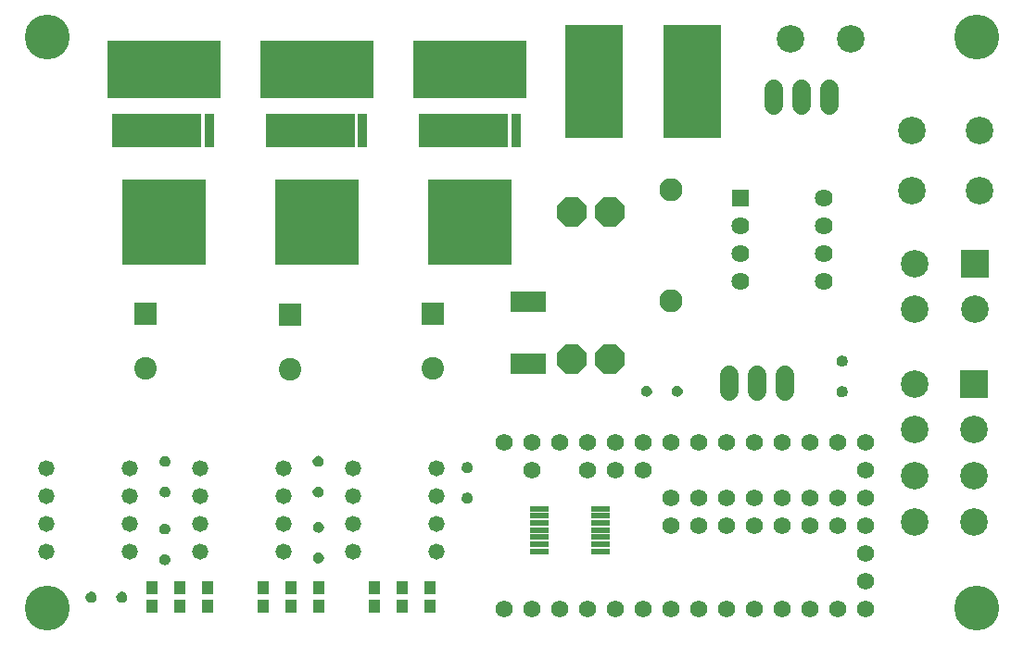
<source format=gbr>
G04 EAGLE Gerber RS-274X export*
G75*
%MOMM*%
%FSLAX34Y34*%
%LPD*%
%AMOC8*
5,1,8,0,0,1.08239X$1,22.5*%
G01*
%ADD10C,1.470400*%
%ADD11R,8.127000X3.127000*%
%ADD12R,0.927000X3.127000*%
%ADD13R,7.627000X7.777000*%
%ADD14R,5.207000X10.287000*%
%ADD15R,10.287000X5.207000*%
%ADD16C,2.108200*%
%ADD17C,2.057400*%
%ADD18R,2.057400X2.057400*%
%ADD19P,2.978737X8X292.500000*%
%ADD20C,1.651000*%
%ADD21C,3.627000*%
%ADD22C,4.103494*%
%ADD23C,1.574800*%
%ADD24C,2.527000*%
%ADD25R,2.527000X2.527000*%
%ADD26R,1.625600X1.625600*%
%ADD27C,1.625600*%
%ADD28R,1.127000X1.227000*%
%ADD29R,3.327000X1.927000*%
%ADD30R,1.727000X0.477000*%

G36*
X756828Y428873D02*
X756828Y428873D01*
X756919Y428872D01*
X757883Y429003D01*
X757931Y429019D01*
X758020Y429038D01*
X758931Y429380D01*
X758974Y429406D01*
X759058Y429445D01*
X759869Y429982D01*
X759905Y430017D01*
X759978Y430073D01*
X760650Y430777D01*
X760678Y430819D01*
X760736Y430890D01*
X761234Y431726D01*
X761235Y431729D01*
X761237Y431731D01*
X761243Y431750D01*
X761252Y431773D01*
X761292Y431855D01*
X761592Y432781D01*
X761599Y432831D01*
X761621Y432920D01*
X761707Y433889D01*
X761703Y433936D01*
X761706Y434011D01*
X761604Y434987D01*
X761590Y435035D01*
X761574Y435125D01*
X761258Y436054D01*
X761234Y436098D01*
X761197Y436183D01*
X760683Y437018D01*
X760649Y437055D01*
X760595Y437130D01*
X759907Y437830D01*
X759866Y437859D01*
X759797Y437919D01*
X758970Y438448D01*
X758924Y438467D01*
X758843Y438511D01*
X757920Y438843D01*
X757870Y438851D01*
X757781Y438876D01*
X756807Y438994D01*
X756757Y438991D01*
X756671Y438995D01*
X755669Y438900D01*
X755620Y438886D01*
X755530Y438870D01*
X754574Y438554D01*
X754529Y438530D01*
X754445Y438495D01*
X753584Y437973D01*
X753546Y437940D01*
X753471Y437887D01*
X752747Y437187D01*
X752718Y437146D01*
X752657Y437077D01*
X752107Y436234D01*
X752087Y436188D01*
X752043Y436107D01*
X751695Y435163D01*
X751686Y435113D01*
X751661Y435025D01*
X751531Y434027D01*
X751533Y433984D01*
X751532Y433858D01*
X751671Y432847D01*
X751687Y432799D01*
X751706Y432709D01*
X752068Y431754D01*
X752094Y431711D01*
X752133Y431627D01*
X752697Y430777D01*
X752732Y430740D01*
X752789Y430668D01*
X753529Y429964D01*
X753571Y429936D01*
X753642Y429878D01*
X754520Y429357D01*
X754567Y429339D01*
X754649Y429298D01*
X755621Y428985D01*
X755671Y428978D01*
X755760Y428957D01*
X756778Y428868D01*
X756828Y428873D01*
G37*
G36*
X137862Y247264D02*
X137862Y247264D01*
X137953Y247263D01*
X138917Y247394D01*
X138965Y247410D01*
X139054Y247429D01*
X139965Y247771D01*
X140008Y247797D01*
X140092Y247836D01*
X140903Y248373D01*
X140939Y248408D01*
X141012Y248464D01*
X141684Y249168D01*
X141712Y249210D01*
X141770Y249281D01*
X142268Y250117D01*
X142269Y250120D01*
X142271Y250122D01*
X142277Y250141D01*
X142286Y250164D01*
X142326Y250246D01*
X142626Y251172D01*
X142633Y251222D01*
X142655Y251311D01*
X142741Y252280D01*
X142737Y252327D01*
X142740Y252402D01*
X142638Y253378D01*
X142624Y253426D01*
X142608Y253516D01*
X142292Y254445D01*
X142268Y254489D01*
X142231Y254574D01*
X141717Y255409D01*
X141683Y255446D01*
X141629Y255521D01*
X140941Y256221D01*
X140900Y256250D01*
X140831Y256310D01*
X140004Y256839D01*
X139958Y256858D01*
X139877Y256902D01*
X138954Y257234D01*
X138904Y257242D01*
X138815Y257267D01*
X137841Y257385D01*
X137791Y257382D01*
X137705Y257386D01*
X136703Y257291D01*
X136654Y257277D01*
X136564Y257261D01*
X135608Y256945D01*
X135563Y256921D01*
X135479Y256886D01*
X134618Y256364D01*
X134580Y256331D01*
X134505Y256278D01*
X133781Y255578D01*
X133752Y255537D01*
X133691Y255468D01*
X133141Y254625D01*
X133121Y254579D01*
X133077Y254498D01*
X132729Y253554D01*
X132720Y253504D01*
X132695Y253416D01*
X132565Y252418D01*
X132567Y252375D01*
X132566Y252249D01*
X132705Y251238D01*
X132721Y251190D01*
X132740Y251100D01*
X133102Y250145D01*
X133128Y250102D01*
X133167Y250018D01*
X133731Y249168D01*
X133766Y249131D01*
X133823Y249059D01*
X134563Y248355D01*
X134605Y248327D01*
X134676Y248269D01*
X135554Y247748D01*
X135601Y247730D01*
X135683Y247689D01*
X136655Y247376D01*
X136705Y247369D01*
X136794Y247348D01*
X137812Y247259D01*
X137862Y247264D01*
G37*
G36*
X278278Y248852D02*
X278278Y248852D01*
X278369Y248851D01*
X279333Y248982D01*
X279381Y248998D01*
X279470Y249017D01*
X280381Y249359D01*
X280424Y249385D01*
X280508Y249424D01*
X281319Y249961D01*
X281355Y249996D01*
X281428Y250052D01*
X282100Y250756D01*
X282128Y250798D01*
X282186Y250869D01*
X282684Y251705D01*
X282685Y251708D01*
X282687Y251710D01*
X282693Y251729D01*
X282702Y251752D01*
X282742Y251834D01*
X283042Y252760D01*
X283049Y252810D01*
X283071Y252899D01*
X283157Y253868D01*
X283153Y253915D01*
X283156Y253990D01*
X283054Y254966D01*
X283040Y255014D01*
X283024Y255104D01*
X282708Y256033D01*
X282684Y256077D01*
X282647Y256162D01*
X282133Y256997D01*
X282099Y257034D01*
X282045Y257109D01*
X281357Y257809D01*
X281316Y257838D01*
X281247Y257898D01*
X280420Y258427D01*
X280374Y258446D01*
X280293Y258490D01*
X279370Y258822D01*
X279320Y258830D01*
X279231Y258855D01*
X278257Y258973D01*
X278207Y258970D01*
X278121Y258974D01*
X277119Y258879D01*
X277070Y258865D01*
X276980Y258849D01*
X276024Y258533D01*
X275979Y258509D01*
X275895Y258474D01*
X275034Y257952D01*
X274996Y257919D01*
X274921Y257866D01*
X274197Y257166D01*
X274168Y257125D01*
X274107Y257056D01*
X273557Y256213D01*
X273537Y256167D01*
X273493Y256086D01*
X273145Y255142D01*
X273136Y255092D01*
X273111Y255004D01*
X272981Y254006D01*
X272983Y253963D01*
X272982Y253837D01*
X273121Y252826D01*
X273137Y252778D01*
X273156Y252688D01*
X273518Y251733D01*
X273544Y251690D01*
X273583Y251606D01*
X274147Y250756D01*
X274182Y250719D01*
X274239Y250647D01*
X274979Y249943D01*
X275021Y249915D01*
X275092Y249857D01*
X275970Y249336D01*
X276017Y249318D01*
X276099Y249277D01*
X277071Y248964D01*
X277121Y248957D01*
X277210Y248936D01*
X278228Y248847D01*
X278278Y248852D01*
G37*
G36*
X756828Y400882D02*
X756828Y400882D01*
X756919Y400881D01*
X757883Y401012D01*
X757931Y401028D01*
X758020Y401047D01*
X758931Y401389D01*
X758974Y401415D01*
X759058Y401454D01*
X759869Y401991D01*
X759905Y402026D01*
X759978Y402082D01*
X760650Y402786D01*
X760678Y402828D01*
X760736Y402899D01*
X761234Y403735D01*
X761235Y403738D01*
X761237Y403740D01*
X761243Y403759D01*
X761252Y403782D01*
X761292Y403864D01*
X761592Y404790D01*
X761599Y404840D01*
X761621Y404929D01*
X761707Y405898D01*
X761703Y405945D01*
X761706Y406020D01*
X761604Y406996D01*
X761590Y407044D01*
X761574Y407134D01*
X761258Y408063D01*
X761234Y408107D01*
X761197Y408192D01*
X760683Y409027D01*
X760649Y409064D01*
X760595Y409139D01*
X759907Y409839D01*
X759866Y409868D01*
X759797Y409928D01*
X758970Y410457D01*
X758924Y410476D01*
X758843Y410520D01*
X757920Y410852D01*
X757870Y410860D01*
X757781Y410885D01*
X756807Y411003D01*
X756757Y411000D01*
X756671Y411004D01*
X755669Y410909D01*
X755620Y410895D01*
X755530Y410879D01*
X754574Y410563D01*
X754529Y410539D01*
X754445Y410504D01*
X753584Y409982D01*
X753546Y409949D01*
X753471Y409896D01*
X752747Y409196D01*
X752718Y409155D01*
X752657Y409086D01*
X752107Y408243D01*
X752087Y408197D01*
X752043Y408116D01*
X751695Y407172D01*
X751686Y407122D01*
X751661Y407034D01*
X751531Y406036D01*
X751533Y405993D01*
X751532Y405867D01*
X751671Y404856D01*
X751687Y404808D01*
X751706Y404718D01*
X752068Y403763D01*
X752094Y403720D01*
X752133Y403636D01*
X752697Y402786D01*
X752732Y402749D01*
X752789Y402677D01*
X753529Y401973D01*
X753571Y401945D01*
X753642Y401887D01*
X754520Y401366D01*
X754567Y401348D01*
X754649Y401307D01*
X755621Y400994D01*
X755671Y400987D01*
X755760Y400966D01*
X756778Y400877D01*
X756828Y400882D01*
G37*
G36*
X138110Y337079D02*
X138110Y337079D01*
X138201Y337078D01*
X139165Y337209D01*
X139213Y337225D01*
X139302Y337244D01*
X140213Y337586D01*
X140256Y337612D01*
X140340Y337651D01*
X141151Y338188D01*
X141187Y338223D01*
X141260Y338279D01*
X141932Y338983D01*
X141960Y339025D01*
X142018Y339096D01*
X142516Y339932D01*
X142517Y339935D01*
X142519Y339937D01*
X142525Y339956D01*
X142534Y339979D01*
X142574Y340061D01*
X142874Y340987D01*
X142881Y341037D01*
X142903Y341126D01*
X142989Y342095D01*
X142985Y342142D01*
X142988Y342217D01*
X142886Y343193D01*
X142872Y343241D01*
X142856Y343331D01*
X142540Y344260D01*
X142516Y344304D01*
X142479Y344389D01*
X141965Y345224D01*
X141931Y345261D01*
X141877Y345336D01*
X141189Y346036D01*
X141148Y346065D01*
X141079Y346125D01*
X140252Y346654D01*
X140206Y346673D01*
X140125Y346717D01*
X139202Y347049D01*
X139152Y347057D01*
X139063Y347082D01*
X138089Y347200D01*
X138039Y347197D01*
X137953Y347201D01*
X136951Y347106D01*
X136902Y347092D01*
X136812Y347076D01*
X135856Y346760D01*
X135811Y346736D01*
X135727Y346701D01*
X134866Y346179D01*
X134828Y346146D01*
X134753Y346093D01*
X134029Y345393D01*
X134000Y345352D01*
X133939Y345283D01*
X133389Y344440D01*
X133369Y344394D01*
X133325Y344313D01*
X132977Y343369D01*
X132968Y343319D01*
X132943Y343231D01*
X132813Y342233D01*
X132815Y342190D01*
X132814Y342064D01*
X132953Y341053D01*
X132969Y341005D01*
X132988Y340915D01*
X133350Y339960D01*
X133376Y339917D01*
X133415Y339833D01*
X133979Y338983D01*
X134014Y338946D01*
X134071Y338874D01*
X134811Y338170D01*
X134853Y338142D01*
X134924Y338084D01*
X135802Y337563D01*
X135849Y337545D01*
X135931Y337504D01*
X136903Y337191D01*
X136953Y337184D01*
X137042Y337163D01*
X138060Y337074D01*
X138110Y337079D01*
G37*
G36*
X278110Y337079D02*
X278110Y337079D01*
X278201Y337078D01*
X279165Y337209D01*
X279213Y337225D01*
X279302Y337244D01*
X280213Y337586D01*
X280256Y337612D01*
X280340Y337651D01*
X281151Y338188D01*
X281187Y338223D01*
X281260Y338279D01*
X281932Y338983D01*
X281960Y339025D01*
X282018Y339096D01*
X282516Y339932D01*
X282517Y339935D01*
X282519Y339937D01*
X282525Y339956D01*
X282534Y339979D01*
X282574Y340061D01*
X282874Y340987D01*
X282881Y341037D01*
X282903Y341126D01*
X282989Y342095D01*
X282985Y342142D01*
X282988Y342217D01*
X282886Y343193D01*
X282872Y343241D01*
X282856Y343331D01*
X282540Y344260D01*
X282516Y344304D01*
X282479Y344389D01*
X281965Y345224D01*
X281931Y345261D01*
X281877Y345336D01*
X281189Y346036D01*
X281148Y346065D01*
X281079Y346125D01*
X280252Y346654D01*
X280206Y346673D01*
X280125Y346717D01*
X279202Y347049D01*
X279152Y347057D01*
X279063Y347082D01*
X278089Y347200D01*
X278039Y347197D01*
X277953Y347201D01*
X276951Y347106D01*
X276902Y347092D01*
X276812Y347076D01*
X275856Y346760D01*
X275811Y346736D01*
X275727Y346701D01*
X274866Y346179D01*
X274828Y346146D01*
X274753Y346093D01*
X274029Y345393D01*
X274000Y345352D01*
X273939Y345283D01*
X273389Y344440D01*
X273369Y344394D01*
X273325Y344313D01*
X272977Y343369D01*
X272968Y343319D01*
X272943Y343231D01*
X272813Y342233D01*
X272815Y342190D01*
X272814Y342064D01*
X272953Y341053D01*
X272969Y341005D01*
X272988Y340915D01*
X273350Y339960D01*
X273376Y339917D01*
X273415Y339833D01*
X273979Y338983D01*
X274014Y338946D01*
X274071Y338874D01*
X274811Y338170D01*
X274853Y338142D01*
X274924Y338084D01*
X275802Y337563D01*
X275849Y337545D01*
X275931Y337504D01*
X276903Y337191D01*
X276953Y337184D01*
X277042Y337163D01*
X278060Y337074D01*
X278110Y337079D01*
G37*
G36*
X414168Y331453D02*
X414168Y331453D01*
X414259Y331452D01*
X415223Y331583D01*
X415271Y331599D01*
X415360Y331618D01*
X416271Y331960D01*
X416314Y331986D01*
X416398Y332025D01*
X417209Y332562D01*
X417245Y332597D01*
X417318Y332653D01*
X417990Y333357D01*
X418018Y333399D01*
X418076Y333470D01*
X418574Y334306D01*
X418575Y334309D01*
X418577Y334311D01*
X418583Y334330D01*
X418592Y334353D01*
X418632Y334435D01*
X418932Y335361D01*
X418939Y335411D01*
X418961Y335500D01*
X419047Y336469D01*
X419043Y336516D01*
X419046Y336591D01*
X418944Y337567D01*
X418930Y337615D01*
X418914Y337705D01*
X418598Y338634D01*
X418574Y338678D01*
X418537Y338763D01*
X418023Y339598D01*
X417989Y339635D01*
X417935Y339710D01*
X417247Y340410D01*
X417206Y340439D01*
X417137Y340499D01*
X416310Y341028D01*
X416264Y341047D01*
X416183Y341091D01*
X415260Y341423D01*
X415210Y341431D01*
X415121Y341456D01*
X414147Y341574D01*
X414097Y341571D01*
X414011Y341575D01*
X413009Y341480D01*
X412960Y341466D01*
X412870Y341450D01*
X411914Y341134D01*
X411869Y341110D01*
X411785Y341075D01*
X410924Y340553D01*
X410886Y340520D01*
X410811Y340467D01*
X410087Y339767D01*
X410058Y339726D01*
X409997Y339657D01*
X409447Y338814D01*
X409427Y338768D01*
X409383Y338687D01*
X409035Y337743D01*
X409026Y337693D01*
X409001Y337605D01*
X408871Y336607D01*
X408873Y336564D01*
X408872Y336438D01*
X409011Y335427D01*
X409027Y335379D01*
X409046Y335289D01*
X409408Y334334D01*
X409434Y334291D01*
X409473Y334207D01*
X410037Y333357D01*
X410072Y333320D01*
X410129Y333248D01*
X410869Y332544D01*
X410911Y332516D01*
X410982Y332458D01*
X411860Y331937D01*
X411907Y331919D01*
X411989Y331878D01*
X412961Y331565D01*
X413011Y331558D01*
X413100Y331537D01*
X414118Y331448D01*
X414168Y331453D01*
G37*
G36*
X138110Y309088D02*
X138110Y309088D01*
X138201Y309087D01*
X139165Y309218D01*
X139213Y309234D01*
X139302Y309253D01*
X140213Y309595D01*
X140256Y309621D01*
X140340Y309660D01*
X141151Y310197D01*
X141187Y310232D01*
X141260Y310288D01*
X141932Y310992D01*
X141960Y311034D01*
X142018Y311105D01*
X142516Y311941D01*
X142517Y311944D01*
X142519Y311946D01*
X142525Y311965D01*
X142534Y311988D01*
X142574Y312070D01*
X142874Y312996D01*
X142881Y313046D01*
X142903Y313135D01*
X142989Y314104D01*
X142985Y314151D01*
X142988Y314226D01*
X142886Y315202D01*
X142872Y315250D01*
X142856Y315340D01*
X142540Y316269D01*
X142516Y316313D01*
X142479Y316398D01*
X141965Y317233D01*
X141931Y317270D01*
X141877Y317345D01*
X141189Y318045D01*
X141148Y318074D01*
X141079Y318134D01*
X140252Y318663D01*
X140206Y318682D01*
X140125Y318726D01*
X139202Y319058D01*
X139152Y319066D01*
X139063Y319091D01*
X138089Y319209D01*
X138039Y319206D01*
X137953Y319210D01*
X136951Y319115D01*
X136902Y319101D01*
X136812Y319085D01*
X135856Y318769D01*
X135811Y318745D01*
X135727Y318710D01*
X134866Y318188D01*
X134828Y318155D01*
X134753Y318102D01*
X134029Y317402D01*
X134000Y317361D01*
X133939Y317292D01*
X133389Y316449D01*
X133369Y316403D01*
X133325Y316322D01*
X132977Y315378D01*
X132968Y315328D01*
X132943Y315240D01*
X132813Y314242D01*
X132815Y314199D01*
X132814Y314073D01*
X132953Y313062D01*
X132969Y313014D01*
X132988Y312924D01*
X133350Y311969D01*
X133376Y311926D01*
X133415Y311842D01*
X133979Y310992D01*
X134014Y310955D01*
X134071Y310883D01*
X134811Y310179D01*
X134853Y310151D01*
X134924Y310093D01*
X135802Y309572D01*
X135849Y309554D01*
X135931Y309513D01*
X136903Y309200D01*
X136953Y309193D01*
X137042Y309172D01*
X138060Y309083D01*
X138110Y309088D01*
G37*
G36*
X278110Y309088D02*
X278110Y309088D01*
X278201Y309087D01*
X279165Y309218D01*
X279213Y309234D01*
X279302Y309253D01*
X280213Y309595D01*
X280256Y309621D01*
X280340Y309660D01*
X281151Y310197D01*
X281187Y310232D01*
X281260Y310288D01*
X281932Y310992D01*
X281960Y311034D01*
X282018Y311105D01*
X282516Y311941D01*
X282517Y311944D01*
X282519Y311946D01*
X282525Y311965D01*
X282534Y311988D01*
X282574Y312070D01*
X282874Y312996D01*
X282881Y313046D01*
X282903Y313135D01*
X282989Y314104D01*
X282985Y314151D01*
X282988Y314226D01*
X282886Y315202D01*
X282872Y315250D01*
X282856Y315340D01*
X282540Y316269D01*
X282516Y316313D01*
X282479Y316398D01*
X281965Y317233D01*
X281931Y317270D01*
X281877Y317345D01*
X281189Y318045D01*
X281148Y318074D01*
X281079Y318134D01*
X280252Y318663D01*
X280206Y318682D01*
X280125Y318726D01*
X279202Y319058D01*
X279152Y319066D01*
X279063Y319091D01*
X278089Y319209D01*
X278039Y319206D01*
X277953Y319210D01*
X276951Y319115D01*
X276902Y319101D01*
X276812Y319085D01*
X275856Y318769D01*
X275811Y318745D01*
X275727Y318710D01*
X274866Y318188D01*
X274828Y318155D01*
X274753Y318102D01*
X274029Y317402D01*
X274000Y317361D01*
X273939Y317292D01*
X273389Y316449D01*
X273369Y316403D01*
X273325Y316322D01*
X272977Y315378D01*
X272968Y315328D01*
X272943Y315240D01*
X272813Y314242D01*
X272815Y314199D01*
X272814Y314073D01*
X272953Y313062D01*
X272969Y313014D01*
X272988Y312924D01*
X273350Y311969D01*
X273376Y311926D01*
X273415Y311842D01*
X273979Y310992D01*
X274014Y310955D01*
X274071Y310883D01*
X274811Y310179D01*
X274853Y310151D01*
X274924Y310093D01*
X275802Y309572D01*
X275849Y309554D01*
X275931Y309513D01*
X276903Y309200D01*
X276953Y309193D01*
X277042Y309172D01*
X278060Y309083D01*
X278110Y309088D01*
G37*
G36*
X414168Y303462D02*
X414168Y303462D01*
X414259Y303461D01*
X415223Y303592D01*
X415271Y303608D01*
X415360Y303627D01*
X416271Y303969D01*
X416314Y303995D01*
X416398Y304034D01*
X417209Y304571D01*
X417245Y304606D01*
X417318Y304662D01*
X417990Y305366D01*
X418018Y305408D01*
X418076Y305479D01*
X418574Y306315D01*
X418575Y306318D01*
X418577Y306320D01*
X418583Y306339D01*
X418592Y306362D01*
X418632Y306444D01*
X418932Y307370D01*
X418939Y307420D01*
X418961Y307509D01*
X419047Y308478D01*
X419043Y308525D01*
X419046Y308600D01*
X418944Y309576D01*
X418930Y309624D01*
X418914Y309714D01*
X418598Y310643D01*
X418574Y310687D01*
X418537Y310772D01*
X418023Y311607D01*
X417989Y311644D01*
X417935Y311719D01*
X417247Y312419D01*
X417206Y312448D01*
X417137Y312508D01*
X416310Y313037D01*
X416264Y313056D01*
X416183Y313100D01*
X415260Y313432D01*
X415210Y313440D01*
X415121Y313465D01*
X414147Y313583D01*
X414097Y313580D01*
X414011Y313584D01*
X413009Y313489D01*
X412960Y313475D01*
X412870Y313459D01*
X411914Y313143D01*
X411869Y313119D01*
X411785Y313084D01*
X410924Y312562D01*
X410886Y312529D01*
X410811Y312476D01*
X410087Y311776D01*
X410058Y311735D01*
X409997Y311666D01*
X409447Y310823D01*
X409427Y310777D01*
X409383Y310696D01*
X409035Y309752D01*
X409026Y309702D01*
X409001Y309614D01*
X408871Y308616D01*
X408873Y308573D01*
X408872Y308447D01*
X409011Y307436D01*
X409027Y307388D01*
X409046Y307298D01*
X409408Y306343D01*
X409434Y306300D01*
X409473Y306216D01*
X410037Y305366D01*
X410072Y305329D01*
X410129Y305257D01*
X410869Y304553D01*
X410911Y304525D01*
X410982Y304467D01*
X411860Y303946D01*
X411907Y303928D01*
X411989Y303887D01*
X412961Y303574D01*
X413011Y303567D01*
X413100Y303546D01*
X414118Y303457D01*
X414168Y303462D01*
G37*
G36*
X278278Y276843D02*
X278278Y276843D01*
X278369Y276842D01*
X279333Y276973D01*
X279381Y276989D01*
X279470Y277008D01*
X280381Y277350D01*
X280424Y277376D01*
X280508Y277415D01*
X281319Y277952D01*
X281355Y277987D01*
X281428Y278043D01*
X282100Y278747D01*
X282128Y278789D01*
X282186Y278860D01*
X282684Y279696D01*
X282685Y279699D01*
X282687Y279701D01*
X282693Y279720D01*
X282702Y279743D01*
X282742Y279825D01*
X283042Y280751D01*
X283049Y280801D01*
X283071Y280890D01*
X283157Y281859D01*
X283153Y281906D01*
X283156Y281981D01*
X283054Y282957D01*
X283040Y283005D01*
X283024Y283095D01*
X282708Y284024D01*
X282684Y284068D01*
X282647Y284153D01*
X282133Y284988D01*
X282099Y285025D01*
X282045Y285100D01*
X281357Y285800D01*
X281316Y285829D01*
X281247Y285889D01*
X280420Y286418D01*
X280374Y286437D01*
X280293Y286481D01*
X279370Y286813D01*
X279320Y286821D01*
X279231Y286846D01*
X278257Y286964D01*
X278207Y286961D01*
X278121Y286965D01*
X277119Y286870D01*
X277070Y286856D01*
X276980Y286840D01*
X276024Y286524D01*
X275979Y286500D01*
X275895Y286465D01*
X275034Y285943D01*
X274996Y285910D01*
X274921Y285857D01*
X274197Y285157D01*
X274168Y285116D01*
X274107Y285047D01*
X273557Y284204D01*
X273537Y284158D01*
X273493Y284077D01*
X273145Y283133D01*
X273136Y283083D01*
X273111Y282995D01*
X272981Y281997D01*
X272983Y281954D01*
X272982Y281828D01*
X273121Y280817D01*
X273137Y280769D01*
X273156Y280679D01*
X273518Y279724D01*
X273544Y279681D01*
X273583Y279597D01*
X274147Y278747D01*
X274182Y278710D01*
X274239Y278638D01*
X274979Y277934D01*
X275021Y277906D01*
X275092Y277848D01*
X275970Y277327D01*
X276017Y277309D01*
X276099Y277268D01*
X277071Y276955D01*
X277121Y276948D01*
X277210Y276927D01*
X278228Y276838D01*
X278278Y276843D01*
G37*
G36*
X137862Y275255D02*
X137862Y275255D01*
X137953Y275254D01*
X138917Y275385D01*
X138965Y275401D01*
X139054Y275420D01*
X139965Y275762D01*
X140008Y275788D01*
X140092Y275827D01*
X140903Y276364D01*
X140939Y276399D01*
X141012Y276455D01*
X141684Y277159D01*
X141712Y277201D01*
X141770Y277272D01*
X142268Y278108D01*
X142269Y278111D01*
X142271Y278113D01*
X142277Y278132D01*
X142286Y278155D01*
X142326Y278237D01*
X142626Y279163D01*
X142633Y279213D01*
X142655Y279302D01*
X142741Y280271D01*
X142737Y280318D01*
X142740Y280393D01*
X142638Y281369D01*
X142624Y281417D01*
X142608Y281507D01*
X142292Y282436D01*
X142268Y282480D01*
X142231Y282565D01*
X141717Y283400D01*
X141683Y283437D01*
X141629Y283512D01*
X140941Y284212D01*
X140900Y284241D01*
X140831Y284301D01*
X140004Y284830D01*
X139958Y284849D01*
X139877Y284893D01*
X138954Y285225D01*
X138904Y285233D01*
X138815Y285258D01*
X137841Y285376D01*
X137791Y285373D01*
X137705Y285377D01*
X136703Y285282D01*
X136654Y285268D01*
X136564Y285252D01*
X135608Y284936D01*
X135563Y284912D01*
X135479Y284877D01*
X134618Y284355D01*
X134580Y284322D01*
X134505Y284269D01*
X133781Y283569D01*
X133752Y283528D01*
X133691Y283459D01*
X133141Y282616D01*
X133121Y282570D01*
X133077Y282489D01*
X132729Y281545D01*
X132720Y281495D01*
X132695Y281407D01*
X132565Y280409D01*
X132567Y280366D01*
X132566Y280240D01*
X132705Y279229D01*
X132721Y279181D01*
X132740Y279091D01*
X133102Y278136D01*
X133128Y278093D01*
X133167Y278009D01*
X133731Y277159D01*
X133766Y277122D01*
X133823Y277050D01*
X134563Y276346D01*
X134605Y276318D01*
X134676Y276260D01*
X135554Y275739D01*
X135601Y275721D01*
X135683Y275680D01*
X136655Y275367D01*
X136705Y275360D01*
X136794Y275339D01*
X137812Y275250D01*
X137862Y275255D01*
G37*
G36*
X605827Y401253D02*
X605827Y401253D01*
X605953Y401252D01*
X606964Y401391D01*
X607012Y401407D01*
X607102Y401426D01*
X608057Y401788D01*
X608100Y401814D01*
X608184Y401853D01*
X609034Y402417D01*
X609071Y402452D01*
X609143Y402509D01*
X609847Y403249D01*
X609875Y403291D01*
X609933Y403362D01*
X610454Y404240D01*
X610472Y404287D01*
X610513Y404369D01*
X610826Y405341D01*
X610833Y405391D01*
X610854Y405480D01*
X610943Y406498D01*
X610938Y406548D01*
X610939Y406639D01*
X610808Y407603D01*
X610792Y407651D01*
X610773Y407740D01*
X610431Y408651D01*
X610405Y408694D01*
X610366Y408778D01*
X609829Y409589D01*
X609794Y409625D01*
X609738Y409698D01*
X609034Y410370D01*
X608992Y410398D01*
X608921Y410456D01*
X608086Y410954D01*
X608038Y410972D01*
X607956Y411012D01*
X607031Y411312D01*
X606980Y411319D01*
X606891Y411341D01*
X605922Y411427D01*
X605875Y411423D01*
X605800Y411426D01*
X604824Y411324D01*
X604776Y411310D01*
X604686Y411294D01*
X603757Y410978D01*
X603713Y410954D01*
X603628Y410917D01*
X602793Y410403D01*
X602756Y410369D01*
X602681Y410315D01*
X601982Y409627D01*
X601952Y409586D01*
X601892Y409517D01*
X601363Y408690D01*
X601344Y408644D01*
X601300Y408563D01*
X600968Y407640D01*
X600960Y407590D01*
X600935Y407501D01*
X600817Y406527D01*
X600820Y406477D01*
X600816Y406391D01*
X600911Y405389D01*
X600925Y405340D01*
X600941Y405250D01*
X601257Y404294D01*
X601281Y404249D01*
X601317Y404165D01*
X601838Y403304D01*
X601871Y403266D01*
X601924Y403191D01*
X602624Y402467D01*
X602665Y402438D01*
X602734Y402377D01*
X603577Y401827D01*
X603623Y401807D01*
X603704Y401763D01*
X604648Y401415D01*
X604698Y401406D01*
X604786Y401381D01*
X605784Y401251D01*
X605827Y401253D01*
G37*
G36*
X577836Y401253D02*
X577836Y401253D01*
X577962Y401252D01*
X578973Y401391D01*
X579021Y401407D01*
X579111Y401426D01*
X580066Y401788D01*
X580109Y401814D01*
X580193Y401853D01*
X581043Y402417D01*
X581080Y402452D01*
X581152Y402509D01*
X581856Y403249D01*
X581884Y403291D01*
X581942Y403362D01*
X582463Y404240D01*
X582481Y404287D01*
X582522Y404369D01*
X582835Y405341D01*
X582842Y405391D01*
X582863Y405480D01*
X582952Y406498D01*
X582947Y406548D01*
X582948Y406639D01*
X582817Y407603D01*
X582801Y407651D01*
X582782Y407740D01*
X582440Y408651D01*
X582414Y408694D01*
X582375Y408778D01*
X581838Y409589D01*
X581803Y409625D01*
X581747Y409698D01*
X581043Y410370D01*
X581001Y410398D01*
X580930Y410456D01*
X580095Y410954D01*
X580047Y410972D01*
X579965Y411012D01*
X579040Y411312D01*
X578989Y411319D01*
X578900Y411341D01*
X577931Y411427D01*
X577884Y411423D01*
X577809Y411426D01*
X576833Y411324D01*
X576785Y411310D01*
X576695Y411294D01*
X575766Y410978D01*
X575722Y410954D01*
X575637Y410917D01*
X574802Y410403D01*
X574765Y410369D01*
X574690Y410315D01*
X573991Y409627D01*
X573961Y409586D01*
X573901Y409517D01*
X573372Y408690D01*
X573353Y408644D01*
X573309Y408563D01*
X572977Y407640D01*
X572969Y407590D01*
X572944Y407501D01*
X572826Y406527D01*
X572829Y406477D01*
X572825Y406391D01*
X572920Y405389D01*
X572934Y405340D01*
X572950Y405250D01*
X573266Y404294D01*
X573290Y404249D01*
X573326Y404165D01*
X573847Y403304D01*
X573880Y403266D01*
X573933Y403191D01*
X574633Y402467D01*
X574674Y402438D01*
X574743Y402377D01*
X575586Y401827D01*
X575632Y401807D01*
X575713Y401763D01*
X576657Y401415D01*
X576707Y401406D01*
X576795Y401381D01*
X577793Y401251D01*
X577836Y401253D01*
G37*
G36*
X98408Y212863D02*
X98408Y212863D01*
X98483Y212860D01*
X99459Y212962D01*
X99507Y212976D01*
X99597Y212992D01*
X100526Y213308D01*
X100570Y213333D01*
X100655Y213369D01*
X101490Y213883D01*
X101527Y213917D01*
X101602Y213971D01*
X102302Y214659D01*
X102331Y214700D01*
X102391Y214769D01*
X102920Y215596D01*
X102939Y215642D01*
X102983Y215723D01*
X103315Y216646D01*
X103323Y216696D01*
X103348Y216785D01*
X103466Y217759D01*
X103463Y217809D01*
X103467Y217895D01*
X103372Y218897D01*
X103358Y218946D01*
X103342Y219036D01*
X103026Y219992D01*
X103002Y220037D01*
X102967Y220121D01*
X102445Y220982D01*
X102412Y221020D01*
X102359Y221095D01*
X101659Y221819D01*
X101618Y221848D01*
X101549Y221909D01*
X100706Y222459D01*
X100660Y222479D01*
X100579Y222523D01*
X99635Y222871D01*
X99585Y222880D01*
X99497Y222905D01*
X98499Y223035D01*
X98456Y223033D01*
X98330Y223034D01*
X97319Y222895D01*
X97271Y222879D01*
X97181Y222860D01*
X96226Y222498D01*
X96183Y222472D01*
X96099Y222434D01*
X95249Y221869D01*
X95212Y221834D01*
X95140Y221777D01*
X94436Y221038D01*
X94408Y220995D01*
X94350Y220924D01*
X93829Y220046D01*
X93811Y219999D01*
X93770Y219917D01*
X93457Y218945D01*
X93450Y218895D01*
X93429Y218806D01*
X93340Y217788D01*
X93345Y217738D01*
X93344Y217647D01*
X93475Y216683D01*
X93491Y216635D01*
X93510Y216546D01*
X93852Y215635D01*
X93878Y215592D01*
X93917Y215509D01*
X94454Y214697D01*
X94489Y214661D01*
X94545Y214588D01*
X95249Y213916D01*
X95291Y213889D01*
X95362Y213830D01*
X96198Y213332D01*
X96245Y213314D01*
X96327Y213274D01*
X97253Y212974D01*
X97303Y212967D01*
X97392Y212945D01*
X98361Y212859D01*
X98408Y212863D01*
G37*
G36*
X70417Y212863D02*
X70417Y212863D01*
X70492Y212860D01*
X71468Y212962D01*
X71516Y212976D01*
X71606Y212992D01*
X72535Y213308D01*
X72579Y213333D01*
X72664Y213369D01*
X73499Y213883D01*
X73536Y213917D01*
X73611Y213971D01*
X74311Y214659D01*
X74340Y214700D01*
X74400Y214769D01*
X74929Y215596D01*
X74948Y215642D01*
X74992Y215723D01*
X75324Y216646D01*
X75332Y216696D01*
X75357Y216785D01*
X75475Y217759D01*
X75472Y217809D01*
X75476Y217895D01*
X75381Y218897D01*
X75367Y218946D01*
X75351Y219036D01*
X75035Y219992D01*
X75011Y220037D01*
X74976Y220121D01*
X74454Y220982D01*
X74421Y221020D01*
X74368Y221095D01*
X73668Y221819D01*
X73627Y221848D01*
X73558Y221909D01*
X72715Y222459D01*
X72669Y222479D01*
X72588Y222523D01*
X71644Y222871D01*
X71594Y222880D01*
X71506Y222905D01*
X70508Y223035D01*
X70465Y223033D01*
X70339Y223034D01*
X69328Y222895D01*
X69280Y222879D01*
X69190Y222860D01*
X68235Y222498D01*
X68192Y222472D01*
X68108Y222434D01*
X67258Y221869D01*
X67221Y221834D01*
X67149Y221777D01*
X66445Y221038D01*
X66417Y220995D01*
X66359Y220924D01*
X65838Y220046D01*
X65820Y219999D01*
X65779Y219917D01*
X65466Y218945D01*
X65459Y218895D01*
X65438Y218806D01*
X65349Y217788D01*
X65354Y217738D01*
X65353Y217647D01*
X65484Y216683D01*
X65500Y216635D01*
X65519Y216546D01*
X65861Y215635D01*
X65887Y215592D01*
X65926Y215509D01*
X66463Y214697D01*
X66498Y214661D01*
X66554Y214588D01*
X67258Y213916D01*
X67300Y213889D01*
X67371Y213830D01*
X68207Y213332D01*
X68254Y213314D01*
X68336Y213274D01*
X69262Y212974D01*
X69312Y212967D01*
X69401Y212945D01*
X70370Y212859D01*
X70417Y212863D01*
G37*
D10*
X106062Y259946D03*
X106062Y285346D03*
X106062Y310746D03*
X106062Y336146D03*
X29862Y336146D03*
X29862Y310746D03*
X29862Y285346D03*
X29862Y259946D03*
X246062Y259946D03*
X246062Y285346D03*
X246062Y310746D03*
X246062Y336146D03*
X169862Y336146D03*
X169862Y310746D03*
X169862Y285346D03*
X169862Y259946D03*
X386062Y259946D03*
X386062Y285346D03*
X386062Y310746D03*
X386062Y336146D03*
X309862Y336146D03*
X309862Y310746D03*
X309862Y285346D03*
X309862Y259946D03*
D11*
X130670Y644550D03*
D12*
X178670Y644550D03*
D13*
X136670Y561000D03*
D14*
X530000Y690000D03*
X620000Y690000D03*
D11*
X270670Y644550D03*
D12*
X318670Y644550D03*
D13*
X276670Y561000D03*
D11*
X410670Y644550D03*
D12*
X458670Y644550D03*
D13*
X416670Y561000D03*
D15*
X136670Y700950D03*
X276670Y700950D03*
X416670Y700950D03*
D16*
X600000Y590800D03*
X600000Y489200D03*
D17*
X251950Y426620D03*
D18*
X251950Y476620D03*
D17*
X382760Y427080D03*
D18*
X382760Y477080D03*
D19*
X544000Y570000D03*
X510000Y570000D03*
X544000Y435300D03*
X510000Y435300D03*
D20*
X694440Y667300D02*
X694440Y682540D01*
X719840Y682540D02*
X719840Y667300D01*
X745240Y667300D02*
X745240Y682540D01*
D17*
X119870Y427430D03*
D18*
X119870Y477430D03*
D21*
X880000Y730000D03*
D22*
X880000Y730000D03*
D21*
X880000Y207800D03*
D22*
X880000Y207800D03*
D21*
X30000Y207800D03*
D22*
X30000Y207800D03*
D21*
X30000Y730000D03*
D22*
X30000Y730000D03*
D23*
X447700Y207400D03*
X473100Y207400D03*
X498500Y207400D03*
X523900Y207400D03*
X549300Y207400D03*
X574700Y207400D03*
X600100Y207400D03*
X625500Y207400D03*
X650900Y207400D03*
X676300Y207400D03*
X701700Y207400D03*
X727100Y207400D03*
X752500Y207400D03*
X777900Y207400D03*
X777900Y232800D03*
X777900Y258200D03*
X777900Y283600D03*
X777900Y309000D03*
X777900Y334400D03*
X777900Y359800D03*
X752500Y359800D03*
X727100Y359800D03*
X701700Y359800D03*
X676300Y359800D03*
X650900Y359800D03*
X625500Y359800D03*
X600100Y359800D03*
X574700Y359800D03*
X549300Y359800D03*
X523900Y359800D03*
X498500Y359800D03*
X473100Y359800D03*
X447700Y359800D03*
X473100Y334400D03*
X523900Y334400D03*
X549300Y334400D03*
X574700Y334400D03*
X752500Y283600D03*
X752500Y309000D03*
X727100Y283600D03*
X701700Y283600D03*
X676300Y283600D03*
X650900Y283600D03*
X727100Y309000D03*
X701700Y309000D03*
X676300Y309000D03*
X650900Y309000D03*
X625500Y309000D03*
X600100Y309000D03*
X625500Y283600D03*
X600100Y283600D03*
D20*
X653680Y406000D02*
X653680Y421240D01*
X679080Y421240D02*
X679080Y406000D01*
X704480Y406000D02*
X704480Y421240D01*
D24*
X823000Y523240D03*
X823000Y481240D03*
X878000Y481240D03*
D25*
X878000Y523240D03*
D26*
X663800Y583180D03*
D27*
X663800Y557780D03*
X663800Y532380D03*
X663800Y506980D03*
X740000Y506980D03*
X740000Y532380D03*
X740000Y557780D03*
X740000Y583180D03*
D24*
X882540Y645000D03*
X882540Y590000D03*
X820000Y645000D03*
X820000Y590000D03*
X822452Y413004D03*
D25*
X877452Y413004D03*
D24*
X822452Y371004D03*
X877452Y371004D03*
X822452Y329004D03*
X877452Y329004D03*
X822452Y287004D03*
X877452Y287004D03*
D28*
X328930Y209940D03*
X328930Y226940D03*
X354330Y226940D03*
X354330Y209940D03*
X227330Y209940D03*
X227330Y226940D03*
X252730Y226940D03*
X252730Y209940D03*
X125730Y209940D03*
X125730Y226940D03*
X151130Y226940D03*
X151130Y209940D03*
X379730Y226940D03*
X379730Y209940D03*
X278130Y226940D03*
X278130Y209940D03*
X176530Y226940D03*
X176530Y209940D03*
D29*
X469900Y431740D03*
X469900Y487740D03*
D30*
X480000Y298900D03*
X480000Y292400D03*
X480000Y285900D03*
X480000Y279400D03*
X480000Y272900D03*
X480000Y266400D03*
X480000Y259900D03*
X536000Y259900D03*
X536000Y266400D03*
X536000Y272900D03*
X536000Y279400D03*
X536000Y285900D03*
X536000Y292400D03*
X536000Y298900D03*
D24*
X709540Y728980D03*
X764540Y728980D03*
M02*

</source>
